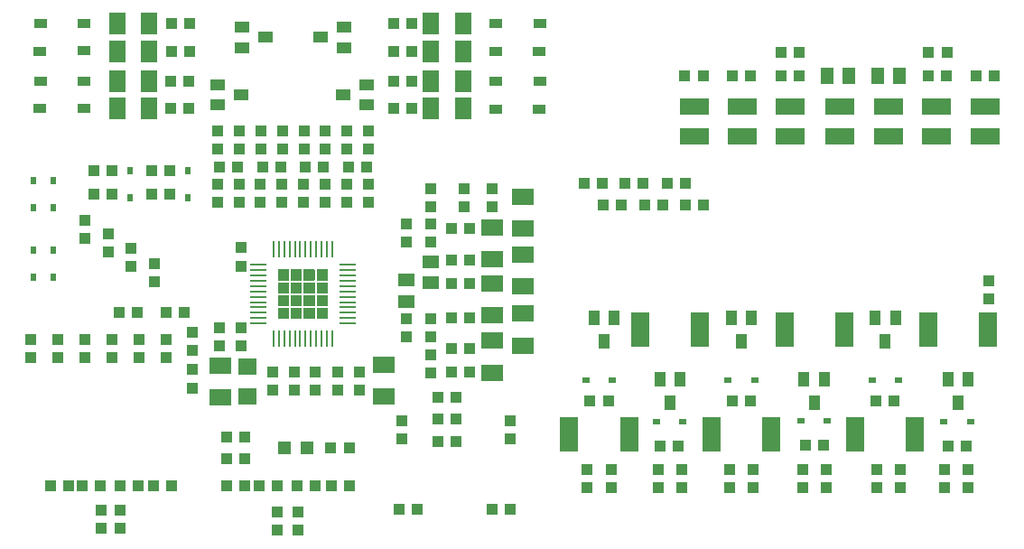
<source format=gbr>
G04 EAGLE Gerber RS-274X export*
G75*
%MOMM*%
%FSLAX34Y34*%
%LPD*%
%INSolderpaste Top*%
%IPPOS*%
%AMOC8*
5,1,8,0,0,1.08239X$1,22.5*%
G01*
%ADD10R,2.000000X1.500000*%
%ADD11R,1.000000X1.100000*%
%ADD12R,1.100000X1.000000*%
%ADD13R,1.600000X1.300000*%
%ADD14R,1.803000X1.600000*%
%ADD15R,1.558800X0.280000*%
%ADD16R,0.280000X1.558800*%
%ADD17R,1.800000X3.200000*%
%ADD18R,1.000000X1.400000*%
%ADD19R,1.500000X2.000000*%
%ADD20R,1.400000X1.000000*%
%ADD21R,1.265400X0.857200*%
%ADD22R,2.700000X1.600000*%
%ADD23R,1.300000X1.600000*%
%ADD24R,0.600000X0.800000*%
%ADD25R,1.080000X1.050000*%
%ADD26R,0.800000X0.600000*%
%ADD27R,1.270000X1.270000*%

G36*
X314027Y268462D02*
X314027Y268462D01*
X314029Y268461D01*
X314072Y268481D01*
X314116Y268500D01*
X314116Y268502D01*
X314118Y268503D01*
X314151Y268588D01*
X314151Y278588D01*
X314150Y278590D01*
X314151Y278592D01*
X314131Y278635D01*
X314113Y278678D01*
X314111Y278679D01*
X314110Y278681D01*
X314025Y278714D01*
X304025Y278714D01*
X304023Y278713D01*
X304021Y278714D01*
X303978Y278694D01*
X303934Y278675D01*
X303934Y278673D01*
X303932Y278672D01*
X303899Y278588D01*
X303899Y268588D01*
X303900Y268586D01*
X303899Y268583D01*
X303919Y268540D01*
X303937Y268497D01*
X303939Y268496D01*
X303940Y268494D01*
X304025Y268461D01*
X314025Y268461D01*
X314027Y268462D01*
G37*
G36*
X350027Y268462D02*
X350027Y268462D01*
X350029Y268461D01*
X350072Y268481D01*
X350116Y268500D01*
X350116Y268502D01*
X350118Y268503D01*
X350151Y268588D01*
X350151Y278588D01*
X350150Y278590D01*
X350151Y278592D01*
X350131Y278635D01*
X350113Y278678D01*
X350111Y278679D01*
X350110Y278681D01*
X350025Y278714D01*
X340025Y278714D01*
X340023Y278713D01*
X340021Y278714D01*
X339978Y278694D01*
X339934Y278675D01*
X339934Y278673D01*
X339932Y278672D01*
X339899Y278588D01*
X339899Y268588D01*
X339900Y268586D01*
X339899Y268583D01*
X339919Y268540D01*
X339937Y268497D01*
X339939Y268496D01*
X339940Y268494D01*
X340025Y268461D01*
X350025Y268461D01*
X350027Y268462D01*
G37*
G36*
X338027Y268462D02*
X338027Y268462D01*
X338029Y268461D01*
X338072Y268481D01*
X338116Y268500D01*
X338116Y268502D01*
X338118Y268503D01*
X338151Y268588D01*
X338151Y278588D01*
X338150Y278590D01*
X338151Y278592D01*
X338131Y278635D01*
X338113Y278678D01*
X338111Y278679D01*
X338110Y278681D01*
X338025Y278714D01*
X328025Y278714D01*
X328023Y278713D01*
X328021Y278714D01*
X327978Y278694D01*
X327934Y278675D01*
X327934Y278673D01*
X327932Y278672D01*
X327899Y278588D01*
X327899Y268588D01*
X327900Y268586D01*
X327899Y268583D01*
X327919Y268540D01*
X327937Y268497D01*
X327939Y268496D01*
X327940Y268494D01*
X328025Y268461D01*
X338025Y268461D01*
X338027Y268462D01*
G37*
G36*
X326027Y268462D02*
X326027Y268462D01*
X326029Y268461D01*
X326072Y268481D01*
X326116Y268500D01*
X326116Y268502D01*
X326118Y268503D01*
X326151Y268588D01*
X326151Y278588D01*
X326150Y278590D01*
X326151Y278592D01*
X326131Y278635D01*
X326113Y278678D01*
X326111Y278679D01*
X326110Y278681D01*
X326025Y278714D01*
X316025Y278714D01*
X316023Y278713D01*
X316021Y278714D01*
X315978Y278694D01*
X315934Y278675D01*
X315934Y278673D01*
X315932Y278672D01*
X315899Y278588D01*
X315899Y268588D01*
X315900Y268586D01*
X315899Y268583D01*
X315919Y268540D01*
X315937Y268497D01*
X315939Y268496D01*
X315940Y268494D01*
X316025Y268461D01*
X326025Y268461D01*
X326027Y268462D01*
G37*
G36*
X314027Y256462D02*
X314027Y256462D01*
X314029Y256461D01*
X314072Y256481D01*
X314116Y256500D01*
X314116Y256502D01*
X314118Y256503D01*
X314151Y256588D01*
X314151Y266588D01*
X314150Y266590D01*
X314151Y266592D01*
X314131Y266635D01*
X314113Y266678D01*
X314111Y266679D01*
X314110Y266681D01*
X314025Y266714D01*
X304025Y266714D01*
X304023Y266713D01*
X304021Y266714D01*
X303978Y266694D01*
X303934Y266675D01*
X303934Y266673D01*
X303932Y266672D01*
X303899Y266588D01*
X303899Y256588D01*
X303900Y256586D01*
X303899Y256583D01*
X303919Y256540D01*
X303937Y256497D01*
X303939Y256496D01*
X303940Y256494D01*
X304025Y256461D01*
X314025Y256461D01*
X314027Y256462D01*
G37*
G36*
X350027Y256462D02*
X350027Y256462D01*
X350029Y256461D01*
X350072Y256481D01*
X350116Y256500D01*
X350116Y256502D01*
X350118Y256503D01*
X350151Y256588D01*
X350151Y266588D01*
X350150Y266590D01*
X350151Y266592D01*
X350131Y266635D01*
X350113Y266678D01*
X350111Y266679D01*
X350110Y266681D01*
X350025Y266714D01*
X340025Y266714D01*
X340023Y266713D01*
X340021Y266714D01*
X339978Y266694D01*
X339934Y266675D01*
X339934Y266673D01*
X339932Y266672D01*
X339899Y266588D01*
X339899Y256588D01*
X339900Y256586D01*
X339899Y256583D01*
X339919Y256540D01*
X339937Y256497D01*
X339939Y256496D01*
X339940Y256494D01*
X340025Y256461D01*
X350025Y256461D01*
X350027Y256462D01*
G37*
G36*
X326027Y256462D02*
X326027Y256462D01*
X326029Y256461D01*
X326072Y256481D01*
X326116Y256500D01*
X326116Y256502D01*
X326118Y256503D01*
X326151Y256588D01*
X326151Y266588D01*
X326150Y266590D01*
X326151Y266592D01*
X326131Y266635D01*
X326113Y266678D01*
X326111Y266679D01*
X326110Y266681D01*
X326025Y266714D01*
X316025Y266714D01*
X316023Y266713D01*
X316021Y266714D01*
X315978Y266694D01*
X315934Y266675D01*
X315934Y266673D01*
X315932Y266672D01*
X315899Y266588D01*
X315899Y256588D01*
X315900Y256586D01*
X315899Y256583D01*
X315919Y256540D01*
X315937Y256497D01*
X315939Y256496D01*
X315940Y256494D01*
X316025Y256461D01*
X326025Y256461D01*
X326027Y256462D01*
G37*
G36*
X338027Y256462D02*
X338027Y256462D01*
X338029Y256461D01*
X338072Y256481D01*
X338116Y256500D01*
X338116Y256502D01*
X338118Y256503D01*
X338151Y256588D01*
X338151Y266588D01*
X338150Y266590D01*
X338151Y266592D01*
X338131Y266635D01*
X338113Y266678D01*
X338111Y266679D01*
X338110Y266681D01*
X338025Y266714D01*
X328025Y266714D01*
X328023Y266713D01*
X328021Y266714D01*
X327978Y266694D01*
X327934Y266675D01*
X327934Y266673D01*
X327932Y266672D01*
X327899Y266588D01*
X327899Y256588D01*
X327900Y256586D01*
X327899Y256583D01*
X327919Y256540D01*
X327937Y256497D01*
X327939Y256496D01*
X327940Y256494D01*
X328025Y256461D01*
X338025Y256461D01*
X338027Y256462D01*
G37*
G36*
X338027Y244462D02*
X338027Y244462D01*
X338029Y244461D01*
X338072Y244481D01*
X338116Y244500D01*
X338116Y244502D01*
X338118Y244503D01*
X338151Y244588D01*
X338151Y254588D01*
X338150Y254590D01*
X338151Y254592D01*
X338131Y254635D01*
X338113Y254678D01*
X338111Y254679D01*
X338110Y254681D01*
X338025Y254714D01*
X328025Y254714D01*
X328023Y254713D01*
X328021Y254714D01*
X327978Y254694D01*
X327934Y254675D01*
X327934Y254673D01*
X327932Y254672D01*
X327899Y254588D01*
X327899Y244588D01*
X327900Y244586D01*
X327899Y244583D01*
X327919Y244540D01*
X327937Y244497D01*
X327939Y244496D01*
X327940Y244494D01*
X328025Y244461D01*
X338025Y244461D01*
X338027Y244462D01*
G37*
G36*
X350027Y244462D02*
X350027Y244462D01*
X350029Y244461D01*
X350072Y244481D01*
X350116Y244500D01*
X350116Y244502D01*
X350118Y244503D01*
X350151Y244588D01*
X350151Y254588D01*
X350150Y254590D01*
X350151Y254592D01*
X350131Y254635D01*
X350113Y254678D01*
X350111Y254679D01*
X350110Y254681D01*
X350025Y254714D01*
X340025Y254714D01*
X340023Y254713D01*
X340021Y254714D01*
X339978Y254694D01*
X339934Y254675D01*
X339934Y254673D01*
X339932Y254672D01*
X339899Y254588D01*
X339899Y244588D01*
X339900Y244586D01*
X339899Y244583D01*
X339919Y244540D01*
X339937Y244497D01*
X339939Y244496D01*
X339940Y244494D01*
X340025Y244461D01*
X350025Y244461D01*
X350027Y244462D01*
G37*
G36*
X314027Y244462D02*
X314027Y244462D01*
X314029Y244461D01*
X314072Y244481D01*
X314116Y244500D01*
X314116Y244502D01*
X314118Y244503D01*
X314151Y244588D01*
X314151Y254588D01*
X314150Y254590D01*
X314151Y254592D01*
X314131Y254635D01*
X314113Y254678D01*
X314111Y254679D01*
X314110Y254681D01*
X314025Y254714D01*
X304025Y254714D01*
X304023Y254713D01*
X304021Y254714D01*
X303978Y254694D01*
X303934Y254675D01*
X303934Y254673D01*
X303932Y254672D01*
X303899Y254588D01*
X303899Y244588D01*
X303900Y244586D01*
X303899Y244583D01*
X303919Y244540D01*
X303937Y244497D01*
X303939Y244496D01*
X303940Y244494D01*
X304025Y244461D01*
X314025Y244461D01*
X314027Y244462D01*
G37*
G36*
X326027Y244462D02*
X326027Y244462D01*
X326029Y244461D01*
X326072Y244481D01*
X326116Y244500D01*
X326116Y244502D01*
X326118Y244503D01*
X326151Y244588D01*
X326151Y254588D01*
X326150Y254590D01*
X326151Y254592D01*
X326131Y254635D01*
X326113Y254678D01*
X326111Y254679D01*
X326110Y254681D01*
X326025Y254714D01*
X316025Y254714D01*
X316023Y254713D01*
X316021Y254714D01*
X315978Y254694D01*
X315934Y254675D01*
X315934Y254673D01*
X315932Y254672D01*
X315899Y254588D01*
X315899Y244588D01*
X315900Y244586D01*
X315899Y244583D01*
X315919Y244540D01*
X315937Y244497D01*
X315939Y244496D01*
X315940Y244494D01*
X316025Y244461D01*
X326025Y244461D01*
X326027Y244462D01*
G37*
G36*
X350027Y232462D02*
X350027Y232462D01*
X350029Y232461D01*
X350072Y232481D01*
X350116Y232500D01*
X350116Y232502D01*
X350118Y232503D01*
X350151Y232588D01*
X350151Y242588D01*
X350150Y242590D01*
X350151Y242592D01*
X350131Y242635D01*
X350113Y242678D01*
X350111Y242679D01*
X350110Y242681D01*
X350025Y242714D01*
X340025Y242714D01*
X340023Y242713D01*
X340021Y242714D01*
X339978Y242694D01*
X339934Y242675D01*
X339934Y242673D01*
X339932Y242672D01*
X339899Y242588D01*
X339899Y232588D01*
X339900Y232586D01*
X339899Y232583D01*
X339919Y232540D01*
X339937Y232497D01*
X339939Y232496D01*
X339940Y232494D01*
X340025Y232461D01*
X350025Y232461D01*
X350027Y232462D01*
G37*
G36*
X338027Y232462D02*
X338027Y232462D01*
X338029Y232461D01*
X338072Y232481D01*
X338116Y232500D01*
X338116Y232502D01*
X338118Y232503D01*
X338151Y232588D01*
X338151Y242588D01*
X338150Y242590D01*
X338151Y242592D01*
X338131Y242635D01*
X338113Y242678D01*
X338111Y242679D01*
X338110Y242681D01*
X338025Y242714D01*
X328025Y242714D01*
X328023Y242713D01*
X328021Y242714D01*
X327978Y242694D01*
X327934Y242675D01*
X327934Y242673D01*
X327932Y242672D01*
X327899Y242588D01*
X327899Y232588D01*
X327900Y232586D01*
X327899Y232583D01*
X327919Y232540D01*
X327937Y232497D01*
X327939Y232496D01*
X327940Y232494D01*
X328025Y232461D01*
X338025Y232461D01*
X338027Y232462D01*
G37*
G36*
X314027Y232462D02*
X314027Y232462D01*
X314029Y232461D01*
X314072Y232481D01*
X314116Y232500D01*
X314116Y232502D01*
X314118Y232503D01*
X314151Y232588D01*
X314151Y242588D01*
X314150Y242590D01*
X314151Y242592D01*
X314131Y242635D01*
X314113Y242678D01*
X314111Y242679D01*
X314110Y242681D01*
X314025Y242714D01*
X304025Y242714D01*
X304023Y242713D01*
X304021Y242714D01*
X303978Y242694D01*
X303934Y242675D01*
X303934Y242673D01*
X303932Y242672D01*
X303899Y242588D01*
X303899Y232588D01*
X303900Y232586D01*
X303899Y232583D01*
X303919Y232540D01*
X303937Y232497D01*
X303939Y232496D01*
X303940Y232494D01*
X304025Y232461D01*
X314025Y232461D01*
X314027Y232462D01*
G37*
G36*
X326027Y232462D02*
X326027Y232462D01*
X326029Y232461D01*
X326072Y232481D01*
X326116Y232500D01*
X326116Y232502D01*
X326118Y232503D01*
X326151Y232588D01*
X326151Y242588D01*
X326150Y242590D01*
X326151Y242592D01*
X326131Y242635D01*
X326113Y242678D01*
X326111Y242679D01*
X326110Y242681D01*
X326025Y242714D01*
X316025Y242714D01*
X316023Y242713D01*
X316021Y242714D01*
X315978Y242694D01*
X315934Y242675D01*
X315934Y242673D01*
X315932Y242672D01*
X315899Y242588D01*
X315899Y232588D01*
X315900Y232586D01*
X315899Y232583D01*
X315919Y232540D01*
X315937Y232497D01*
X315939Y232496D01*
X315940Y232494D01*
X316025Y232461D01*
X326025Y232461D01*
X326027Y232462D01*
G37*
D10*
X402744Y189625D03*
X402744Y159625D03*
D11*
X269280Y224400D03*
X269280Y207400D03*
X248841Y224400D03*
X248841Y207400D03*
D12*
X255422Y121841D03*
X272422Y121841D03*
X202175Y371475D03*
X185175Y371475D03*
X148200Y371475D03*
X131200Y371475D03*
X155081Y238025D03*
X172081Y238025D03*
D10*
X249238Y158831D03*
X249238Y188831D03*
X504825Y211850D03*
X504825Y181850D03*
X533400Y237250D03*
X533400Y207250D03*
X504825Y265825D03*
X504825Y235825D03*
X533400Y292813D03*
X533400Y262813D03*
X504825Y318213D03*
X504825Y288213D03*
X533400Y346788D03*
X533400Y316788D03*
D11*
X446881Y232338D03*
X446881Y215338D03*
X423863Y232338D03*
X423863Y215338D03*
D13*
X423863Y268763D03*
X423863Y248763D03*
D11*
X318691Y182331D03*
X318691Y165331D03*
X446881Y321238D03*
X446881Y304238D03*
X423863Y321238D03*
X423863Y304238D03*
X446881Y354575D03*
X446881Y337575D03*
X359569Y182331D03*
X359569Y165331D03*
X338931Y182331D03*
X338931Y165331D03*
X269280Y299013D03*
X269280Y282013D03*
X298450Y182331D03*
X298450Y165331D03*
D14*
X274638Y159611D03*
X274638Y188051D03*
D11*
X202175Y349250D03*
X185175Y349250D03*
X148200Y349250D03*
X131200Y349250D03*
D12*
X380206Y182331D03*
X380206Y165331D03*
D11*
X198738Y238025D03*
X215738Y238025D03*
X483163Y182563D03*
X466163Y182563D03*
X483163Y204788D03*
X466163Y204788D03*
X483163Y233363D03*
X466163Y233363D03*
X483163Y265113D03*
X466163Y265113D03*
X483163Y287338D03*
X466163Y287338D03*
X483163Y317500D03*
X466163Y317500D03*
D12*
X504825Y337575D03*
X504825Y354575D03*
D11*
X272422Y101203D03*
X255422Y101203D03*
D15*
X368808Y228088D03*
X368808Y233088D03*
X368808Y238088D03*
X368808Y243088D03*
X368808Y248088D03*
X368808Y253088D03*
X368808Y258088D03*
X368808Y263088D03*
X368808Y268088D03*
X368808Y273088D03*
X368808Y278088D03*
X368808Y283088D03*
D16*
X354525Y297371D03*
X349525Y297371D03*
X344525Y297371D03*
X339525Y297371D03*
X334525Y297371D03*
X329525Y297371D03*
X324525Y297371D03*
X319525Y297371D03*
X314525Y297371D03*
X309525Y297371D03*
X304525Y297371D03*
X299525Y297371D03*
D15*
X285242Y283088D03*
X285242Y278088D03*
X285242Y273088D03*
X285242Y268088D03*
X285242Y263088D03*
X285242Y258088D03*
X285242Y253088D03*
X285242Y248088D03*
X285242Y243088D03*
X285242Y238088D03*
X285242Y233088D03*
X285242Y228088D03*
D16*
X299525Y213805D03*
X304525Y213805D03*
X309525Y213805D03*
X314525Y213805D03*
X319525Y213805D03*
X324525Y213805D03*
X329525Y213805D03*
X334525Y213805D03*
X339525Y213805D03*
X344525Y213805D03*
X349525Y213805D03*
X354525Y213805D03*
D12*
X686031Y338931D03*
X703031Y338931D03*
X969963Y251056D03*
X969963Y268056D03*
D17*
X913388Y222250D03*
X969388Y222250D03*
D18*
X941388Y154100D03*
X931888Y176100D03*
X950888Y176100D03*
D12*
X932094Y113506D03*
X949094Y113506D03*
X950913Y91050D03*
X950913Y74050D03*
X928688Y91050D03*
X928688Y74050D03*
X668569Y359569D03*
X685569Y359569D03*
D17*
X845125Y123825D03*
X901125Y123825D03*
D18*
X873125Y211250D03*
X863625Y233250D03*
X882625Y233250D03*
D12*
X864625Y155575D03*
X881625Y155575D03*
X887413Y91050D03*
X887413Y74050D03*
X865188Y91050D03*
X865188Y74050D03*
X647931Y338931D03*
X664931Y338931D03*
D17*
X778450Y222250D03*
X834450Y222250D03*
D18*
X806450Y154100D03*
X796950Y176100D03*
X815950Y176100D03*
D12*
X797950Y114300D03*
X814950Y114300D03*
X817563Y91050D03*
X817563Y74050D03*
X795338Y91050D03*
X795338Y74050D03*
X628881Y359569D03*
X645881Y359569D03*
D17*
X710188Y123825D03*
X766188Y123825D03*
D18*
X738188Y211250D03*
X728688Y233250D03*
X747688Y233250D03*
D12*
X729688Y155575D03*
X746688Y155575D03*
X749300Y91050D03*
X749300Y74050D03*
X727075Y91050D03*
X727075Y74050D03*
X608244Y338931D03*
X625244Y338931D03*
D17*
X643513Y222250D03*
X699513Y222250D03*
D18*
X671513Y154100D03*
X662013Y176100D03*
X681013Y176100D03*
D12*
X662219Y113506D03*
X679219Y113506D03*
X682625Y91050D03*
X682625Y74050D03*
X660400Y91050D03*
X660400Y74050D03*
X590781Y359569D03*
X607781Y359569D03*
D17*
X576838Y123825D03*
X632838Y123825D03*
D18*
X609600Y211250D03*
X600100Y233250D03*
X619100Y233250D03*
D12*
X596338Y155575D03*
X613338Y155575D03*
X615950Y91050D03*
X615950Y74050D03*
X593725Y91050D03*
X593725Y74050D03*
D11*
X369452Y375031D03*
X386452Y375031D03*
X388239Y341385D03*
X388239Y358385D03*
X368046Y341385D03*
X368046Y358385D03*
X412251Y429959D03*
X429251Y429959D03*
X412251Y455314D03*
X429251Y455314D03*
D19*
X477026Y455314D03*
X447026Y455314D03*
X477026Y429959D03*
X447026Y429959D03*
D20*
X364444Y442405D03*
X386444Y451905D03*
X386444Y432905D03*
D12*
X388620Y391677D03*
X388620Y408677D03*
X368427Y391677D03*
X368427Y408677D03*
D21*
X508242Y429245D03*
X548842Y429313D03*
X549760Y455313D03*
X508160Y455245D03*
D11*
X329066Y375031D03*
X346066Y375031D03*
X347853Y341385D03*
X347853Y358385D03*
X327660Y341385D03*
X327660Y358385D03*
X412251Y483146D03*
X429251Y483146D03*
X412251Y509080D03*
X429251Y509080D03*
D19*
X477026Y509080D03*
X447026Y509080D03*
X477026Y483146D03*
X447026Y483146D03*
D20*
X343362Y496380D03*
X365362Y505880D03*
X365362Y486880D03*
D12*
X348234Y391677D03*
X348234Y408677D03*
X328041Y391677D03*
X328041Y408677D03*
D21*
X508242Y483220D03*
X548842Y483288D03*
X549760Y509288D03*
X508160Y509220D03*
D11*
X265675Y375031D03*
X248675Y375031D03*
X246888Y341385D03*
X246888Y358385D03*
X267081Y341385D03*
X267081Y358385D03*
X220209Y429959D03*
X203209Y429959D03*
X219955Y455314D03*
X202955Y455314D03*
D19*
X153021Y455314D03*
X183021Y455314D03*
X153021Y429959D03*
X183021Y429959D03*
D20*
X269445Y442405D03*
X247445Y432905D03*
X247445Y451905D03*
D12*
X247269Y391677D03*
X247269Y408677D03*
X267462Y391677D03*
X267462Y408677D03*
D21*
X121805Y455565D03*
X81205Y455497D03*
X80287Y429497D03*
X121887Y429565D03*
D11*
X306061Y375031D03*
X289061Y375031D03*
X287274Y341385D03*
X287274Y358385D03*
X307467Y341385D03*
X307467Y358385D03*
X220971Y483146D03*
X203971Y483146D03*
X220971Y509080D03*
X203971Y509080D03*
D19*
X153021Y509080D03*
X183021Y509080D03*
X153021Y483146D03*
X183021Y483146D03*
D20*
X292146Y496380D03*
X270146Y486880D03*
X270146Y505880D03*
D12*
X287655Y391677D03*
X287655Y408677D03*
X307848Y391677D03*
X307848Y408677D03*
D21*
X121805Y509540D03*
X81205Y509472D03*
X80287Y483472D03*
X121887Y483540D03*
D11*
X521263Y53975D03*
X504263Y53975D03*
X416950Y53975D03*
X433950Y53975D03*
X453463Y138113D03*
X470463Y138113D03*
D12*
X470463Y158750D03*
X453463Y158750D03*
D11*
X419894Y137088D03*
X419894Y120088D03*
X521494Y137088D03*
X521494Y120088D03*
X477838Y337575D03*
X477838Y354575D03*
D13*
X446881Y286225D03*
X446881Y266225D03*
D11*
X446881Y199000D03*
X446881Y182000D03*
D22*
X966787Y403513D03*
X966787Y431513D03*
X921279Y403513D03*
X921279Y431513D03*
X875771Y403513D03*
X875771Y431513D03*
X830262Y403513D03*
X830262Y431513D03*
X784143Y403513D03*
X784143Y431513D03*
X739246Y403513D03*
X739246Y431513D03*
X693738Y403513D03*
X693738Y431513D03*
D12*
X913790Y460375D03*
X930790Y460375D03*
D23*
X866276Y460375D03*
X886276Y460375D03*
D12*
X775643Y482600D03*
X792643Y482600D03*
X729735Y460375D03*
X746735Y460375D03*
X913838Y482600D03*
X930838Y482600D03*
X775643Y460375D03*
X792643Y460375D03*
X685238Y460375D03*
X702238Y460375D03*
D23*
X818746Y460375D03*
X838746Y460375D03*
D12*
X958287Y460375D03*
X975287Y460375D03*
D24*
X165100Y346275D03*
X165100Y371275D03*
X219075Y346275D03*
X219075Y371275D03*
D11*
X285981Y76200D03*
X302981Y76200D03*
X255819Y76200D03*
X272819Y76200D03*
X223044Y202638D03*
X223044Y219638D03*
D12*
X223044Y184713D03*
X223044Y167713D03*
D11*
X338700Y76200D03*
X321700Y76200D03*
X370450Y76200D03*
X353450Y76200D03*
X166211Y298219D03*
X166211Y281219D03*
D12*
X187801Y283931D03*
X187801Y266931D03*
D11*
X172300Y75900D03*
X155300Y75900D03*
X204050Y75900D03*
X187050Y75900D03*
X144621Y295506D03*
X144621Y312506D03*
D12*
X123031Y325206D03*
X123031Y308206D03*
D11*
X120375Y75900D03*
X137375Y75900D03*
X90213Y75900D03*
X107213Y75900D03*
D12*
X71438Y196288D03*
X71438Y213288D03*
X96838Y196288D03*
X96838Y213288D03*
X122238Y196288D03*
X122238Y213288D03*
X147638Y196288D03*
X147638Y213288D03*
X173038Y196288D03*
X173038Y213288D03*
X198438Y196288D03*
X198438Y213288D03*
D25*
X322263Y51613D03*
X322263Y34113D03*
X138113Y53200D03*
X138113Y35700D03*
X155575Y53200D03*
X155575Y35700D03*
X303213Y51613D03*
X303213Y34113D03*
D26*
X617338Y174625D03*
X592338Y174625D03*
X953094Y135731D03*
X928094Y135731D03*
X885625Y174625D03*
X860625Y174625D03*
X818950Y136525D03*
X793950Y136525D03*
X750688Y174625D03*
X725688Y174625D03*
X683219Y135731D03*
X658219Y135731D03*
D11*
X470463Y117475D03*
X453463Y117475D03*
X353307Y111760D03*
X370307Y111760D03*
D27*
X330930Y111363D03*
X309340Y111363D03*
D24*
X74708Y296663D03*
X74708Y271663D03*
X92869Y296663D03*
X92869Y271663D03*
X74613Y336750D03*
X74613Y361750D03*
X92964Y336750D03*
X92964Y361750D03*
M02*

</source>
